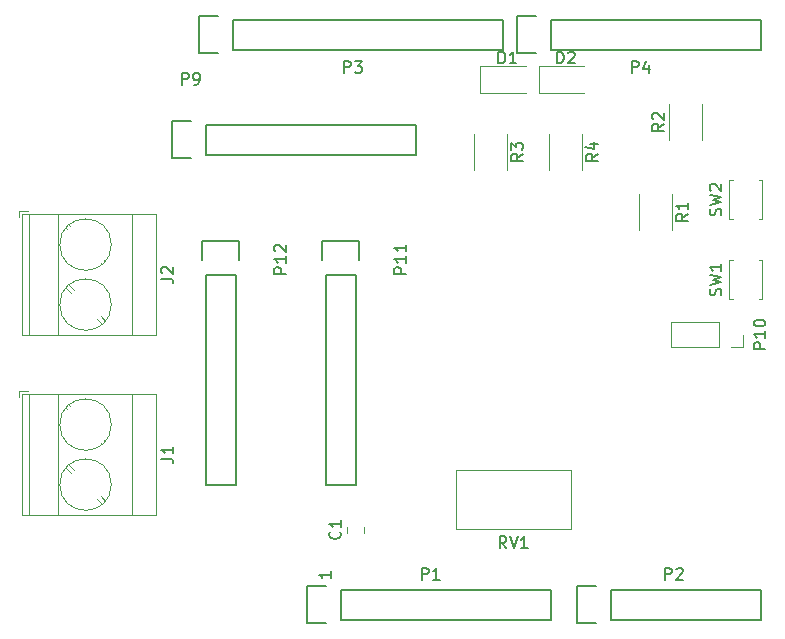
<source format=gbr>
%TF.GenerationSoftware,KiCad,Pcbnew,(5.1.9)-1*%
%TF.CreationDate,2021-05-06T12:27:20-07:00*%
%TF.ProjectId,CPE301D.FINAL,43504533-3031-4442-9e46-494e414c2e6b,rev?*%
%TF.SameCoordinates,Original*%
%TF.FileFunction,Legend,Top*%
%TF.FilePolarity,Positive*%
%FSLAX46Y46*%
G04 Gerber Fmt 4.6, Leading zero omitted, Abs format (unit mm)*
G04 Created by KiCad (PCBNEW (5.1.9)-1) date 2021-05-06 12:27:20*
%MOMM*%
%LPD*%
G01*
G04 APERTURE LIST*
%ADD10C,0.150000*%
%ADD11C,0.120000*%
G04 APERTURE END LIST*
D10*
X139390380Y-120999285D02*
X139390380Y-121570714D01*
X139390380Y-121285000D02*
X138390380Y-121285000D01*
X138533238Y-121380238D01*
X138628476Y-121475476D01*
X138676095Y-121570714D01*
D11*
%TO.C,RV1*%
X149953000Y-117465000D02*
X149953000Y-112395000D01*
X159723000Y-117465000D02*
X159723000Y-112395000D01*
X159723000Y-112395000D02*
X149953000Y-112395000D01*
X159723000Y-117465000D02*
X149953000Y-117465000D01*
%TO.C,C1*%
X142213000Y-117736252D02*
X142213000Y-117213748D01*
X140743000Y-117736252D02*
X140743000Y-117213748D01*
%TO.C,J2*%
X113018000Y-90505000D02*
X113018000Y-91005000D01*
X113758000Y-90505000D02*
X113018000Y-90505000D01*
X117626000Y-97167000D02*
X117230000Y-96772000D01*
X120272000Y-99813000D02*
X119892000Y-99433000D01*
X117344000Y-97418000D02*
X116964000Y-97038000D01*
X120006000Y-100079000D02*
X119610000Y-99684000D01*
X117337000Y-91797000D02*
X117230000Y-91691000D01*
X120272000Y-94733000D02*
X120165000Y-94626000D01*
X117071000Y-92063000D02*
X116964000Y-91957000D01*
X120006000Y-94999000D02*
X119899000Y-94892000D01*
X124578000Y-101025000D02*
X113258000Y-101025000D01*
X124578000Y-90745000D02*
X113258000Y-90745000D01*
X113258000Y-90745000D02*
X113258000Y-101025000D01*
X124578000Y-90745000D02*
X124578000Y-101025000D01*
X122518000Y-90745000D02*
X122518000Y-101025000D01*
X116318000Y-90745000D02*
X116318000Y-101025000D01*
X113818000Y-90745000D02*
X113818000Y-101025000D01*
X120798000Y-98425000D02*
G75*
G03*
X120798000Y-98425000I-2180000J0D01*
G01*
X120798000Y-93345000D02*
G75*
G03*
X120798000Y-93345000I-2180000J0D01*
G01*
%TO.C,J1*%
X113018000Y-105745000D02*
X113018000Y-106245000D01*
X113758000Y-105745000D02*
X113018000Y-105745000D01*
X117626000Y-112407000D02*
X117230000Y-112012000D01*
X120272000Y-115053000D02*
X119892000Y-114673000D01*
X117344000Y-112658000D02*
X116964000Y-112278000D01*
X120006000Y-115319000D02*
X119610000Y-114924000D01*
X117337000Y-107037000D02*
X117230000Y-106931000D01*
X120272000Y-109973000D02*
X120165000Y-109866000D01*
X117071000Y-107303000D02*
X116964000Y-107197000D01*
X120006000Y-110239000D02*
X119899000Y-110132000D01*
X124578000Y-116265000D02*
X113258000Y-116265000D01*
X124578000Y-105985000D02*
X113258000Y-105985000D01*
X113258000Y-105985000D02*
X113258000Y-116265000D01*
X124578000Y-105985000D02*
X124578000Y-116265000D01*
X122518000Y-105985000D02*
X122518000Y-116265000D01*
X116318000Y-105985000D02*
X116318000Y-116265000D01*
X113818000Y-105985000D02*
X113818000Y-116265000D01*
X120798000Y-113665000D02*
G75*
G03*
X120798000Y-113665000I-2180000J0D01*
G01*
X120798000Y-108585000D02*
G75*
G03*
X120798000Y-108585000I-2180000J0D01*
G01*
D10*
%TO.C,P9*%
X125958000Y-82905000D02*
X125958000Y-86005000D01*
X127508000Y-82905000D02*
X125958000Y-82905000D01*
X128778000Y-85725000D02*
X128778000Y-83185000D01*
X125958000Y-86005000D02*
X127508000Y-86005000D01*
X146558000Y-83185000D02*
X128778000Y-83185000D01*
X146558000Y-85725000D02*
X146558000Y-83185000D01*
X128778000Y-85725000D02*
X146558000Y-85725000D01*
D11*
%TO.C,SW2*%
X173098000Y-87885000D02*
X173398000Y-87885000D01*
X173098000Y-91185000D02*
X173098000Y-87885000D01*
X173398000Y-91185000D02*
X173098000Y-91185000D01*
X175898000Y-87885000D02*
X175598000Y-87885000D01*
X175898000Y-91185000D02*
X175898000Y-87885000D01*
X175598000Y-91185000D02*
X175898000Y-91185000D01*
%TO.C,SW1*%
X173098000Y-94665000D02*
X173398000Y-94665000D01*
X173098000Y-97965000D02*
X173098000Y-94665000D01*
X173398000Y-97965000D02*
X173098000Y-97965000D01*
X175898000Y-94665000D02*
X175598000Y-94665000D01*
X175898000Y-97965000D02*
X175898000Y-94665000D01*
X175598000Y-97965000D02*
X175898000Y-97965000D01*
%TO.C,R4*%
X157898000Y-83970436D02*
X157898000Y-87024564D01*
X160618000Y-83970436D02*
X160618000Y-87024564D01*
%TO.C,R3*%
X151548000Y-83970436D02*
X151548000Y-87024564D01*
X154268000Y-83970436D02*
X154268000Y-87024564D01*
%TO.C,R2*%
X170778000Y-84484564D02*
X170778000Y-81430436D01*
X168058000Y-84484564D02*
X168058000Y-81430436D01*
%TO.C,R1*%
X165518000Y-89050436D02*
X165518000Y-92104564D01*
X168238000Y-89050436D02*
X168238000Y-92104564D01*
D10*
%TO.C,P12*%
X131598000Y-93065000D02*
X128498000Y-93065000D01*
X131598000Y-94615000D02*
X131598000Y-93065000D01*
X128778000Y-95885000D02*
X131318000Y-95885000D01*
X128498000Y-93065000D02*
X128498000Y-94615000D01*
X131318000Y-113665000D02*
X131318000Y-95885000D01*
X128778000Y-113665000D02*
X131318000Y-113665000D01*
X128778000Y-95885000D02*
X128778000Y-113665000D01*
%TO.C,P11*%
X141758000Y-93065000D02*
X138658000Y-93065000D01*
X141758000Y-94615000D02*
X141758000Y-93065000D01*
X138938000Y-95885000D02*
X141478000Y-95885000D01*
X138658000Y-93065000D02*
X138658000Y-94615000D01*
X141478000Y-113665000D02*
X141478000Y-95885000D01*
X138938000Y-113665000D02*
X141478000Y-113665000D01*
X138938000Y-95885000D02*
X138938000Y-113665000D01*
D11*
%TO.C,P10*%
X174288000Y-100965000D02*
X174288000Y-102025000D01*
X174288000Y-102025000D02*
X173228000Y-102025000D01*
X172228000Y-102025000D02*
X168168000Y-102025000D01*
X168168000Y-99905000D02*
X168168000Y-102025000D01*
X172228000Y-99905000D02*
X168168000Y-99905000D01*
X172228000Y-99905000D02*
X172228000Y-102025000D01*
%TO.C,D2*%
X156973000Y-80510000D02*
X160858000Y-80510000D01*
X156973000Y-78240000D02*
X156973000Y-80510000D01*
X160858000Y-78240000D02*
X156973000Y-78240000D01*
%TO.C,D1*%
X152023000Y-80510000D02*
X155908000Y-80510000D01*
X152023000Y-78240000D02*
X152023000Y-80510000D01*
X155908000Y-78240000D02*
X152023000Y-78240000D01*
D10*
%TO.C,P1*%
X137388000Y-122275000D02*
X137388000Y-125375000D01*
X138938000Y-122275000D02*
X137388000Y-122275000D01*
X140208000Y-125095000D02*
X140208000Y-122555000D01*
X137388000Y-125375000D02*
X138938000Y-125375000D01*
X157988000Y-122555000D02*
X140208000Y-122555000D01*
X157988000Y-125095000D02*
X157988000Y-122555000D01*
X140208000Y-125095000D02*
X157988000Y-125095000D01*
%TO.C,P2*%
X160248000Y-122275000D02*
X160248000Y-125375000D01*
X161798000Y-122275000D02*
X160248000Y-122275000D01*
X163068000Y-125095000D02*
X163068000Y-122555000D01*
X160248000Y-125375000D02*
X161798000Y-125375000D01*
X175768000Y-122555000D02*
X163068000Y-122555000D01*
X175768000Y-125095000D02*
X175768000Y-122555000D01*
X163068000Y-125095000D02*
X175768000Y-125095000D01*
%TO.C,P3*%
X128244000Y-74015000D02*
X128244000Y-77115000D01*
X129794000Y-74015000D02*
X128244000Y-74015000D01*
X131064000Y-76835000D02*
X131064000Y-74295000D01*
X128244000Y-77115000D02*
X129794000Y-77115000D01*
X153924000Y-74295000D02*
X131064000Y-74295000D01*
X153924000Y-76835000D02*
X153924000Y-74295000D01*
X131064000Y-76835000D02*
X153924000Y-76835000D01*
%TO.C,P4*%
X155168000Y-74015000D02*
X155168000Y-77115000D01*
X156718000Y-74015000D02*
X155168000Y-74015000D01*
X157988000Y-76835000D02*
X157988000Y-74295000D01*
X155168000Y-77115000D02*
X156718000Y-77115000D01*
X175768000Y-74295000D02*
X157988000Y-74295000D01*
X175768000Y-76835000D02*
X175768000Y-74295000D01*
X157988000Y-76835000D02*
X175768000Y-76835000D01*
%TO.C,RV1*%
X154242761Y-119047380D02*
X153909428Y-118571190D01*
X153671333Y-119047380D02*
X153671333Y-118047380D01*
X154052285Y-118047380D01*
X154147523Y-118095000D01*
X154195142Y-118142619D01*
X154242761Y-118237857D01*
X154242761Y-118380714D01*
X154195142Y-118475952D01*
X154147523Y-118523571D01*
X154052285Y-118571190D01*
X153671333Y-118571190D01*
X154528476Y-118047380D02*
X154861809Y-119047380D01*
X155195142Y-118047380D01*
X156052285Y-119047380D02*
X155480857Y-119047380D01*
X155766571Y-119047380D02*
X155766571Y-118047380D01*
X155671333Y-118190238D01*
X155576095Y-118285476D01*
X155480857Y-118333095D01*
%TO.C,C1*%
X140155142Y-117641666D02*
X140202761Y-117689285D01*
X140250380Y-117832142D01*
X140250380Y-117927380D01*
X140202761Y-118070238D01*
X140107523Y-118165476D01*
X140012285Y-118213095D01*
X139821809Y-118260714D01*
X139678952Y-118260714D01*
X139488476Y-118213095D01*
X139393238Y-118165476D01*
X139298000Y-118070238D01*
X139250380Y-117927380D01*
X139250380Y-117832142D01*
X139298000Y-117689285D01*
X139345619Y-117641666D01*
X140250380Y-116689285D02*
X140250380Y-117260714D01*
X140250380Y-116975000D02*
X139250380Y-116975000D01*
X139393238Y-117070238D01*
X139488476Y-117165476D01*
X139536095Y-117260714D01*
%TO.C,J2*%
X125030380Y-96218333D02*
X125744666Y-96218333D01*
X125887523Y-96265952D01*
X125982761Y-96361190D01*
X126030380Y-96504047D01*
X126030380Y-96599285D01*
X125125619Y-95789761D02*
X125078000Y-95742142D01*
X125030380Y-95646904D01*
X125030380Y-95408809D01*
X125078000Y-95313571D01*
X125125619Y-95265952D01*
X125220857Y-95218333D01*
X125316095Y-95218333D01*
X125458952Y-95265952D01*
X126030380Y-95837380D01*
X126030380Y-95218333D01*
%TO.C,J1*%
X125030380Y-111458333D02*
X125744666Y-111458333D01*
X125887523Y-111505952D01*
X125982761Y-111601190D01*
X126030380Y-111744047D01*
X126030380Y-111839285D01*
X126030380Y-110458333D02*
X126030380Y-111029761D01*
X126030380Y-110744047D02*
X125030380Y-110744047D01*
X125173238Y-110839285D01*
X125268476Y-110934523D01*
X125316095Y-111029761D01*
%TO.C,P9*%
X126769904Y-79807380D02*
X126769904Y-78807380D01*
X127150857Y-78807380D01*
X127246095Y-78855000D01*
X127293714Y-78902619D01*
X127341333Y-78997857D01*
X127341333Y-79140714D01*
X127293714Y-79235952D01*
X127246095Y-79283571D01*
X127150857Y-79331190D01*
X126769904Y-79331190D01*
X127817523Y-79807380D02*
X128008000Y-79807380D01*
X128103238Y-79759761D01*
X128150857Y-79712142D01*
X128246095Y-79569285D01*
X128293714Y-79378809D01*
X128293714Y-78997857D01*
X128246095Y-78902619D01*
X128198476Y-78855000D01*
X128103238Y-78807380D01*
X127912761Y-78807380D01*
X127817523Y-78855000D01*
X127769904Y-78902619D01*
X127722285Y-78997857D01*
X127722285Y-79235952D01*
X127769904Y-79331190D01*
X127817523Y-79378809D01*
X127912761Y-79426428D01*
X128103238Y-79426428D01*
X128198476Y-79378809D01*
X128246095Y-79331190D01*
X128293714Y-79235952D01*
%TO.C,SW2*%
X172402761Y-90868333D02*
X172450380Y-90725476D01*
X172450380Y-90487380D01*
X172402761Y-90392142D01*
X172355142Y-90344523D01*
X172259904Y-90296904D01*
X172164666Y-90296904D01*
X172069428Y-90344523D01*
X172021809Y-90392142D01*
X171974190Y-90487380D01*
X171926571Y-90677857D01*
X171878952Y-90773095D01*
X171831333Y-90820714D01*
X171736095Y-90868333D01*
X171640857Y-90868333D01*
X171545619Y-90820714D01*
X171498000Y-90773095D01*
X171450380Y-90677857D01*
X171450380Y-90439761D01*
X171498000Y-90296904D01*
X171450380Y-89963571D02*
X172450380Y-89725476D01*
X171736095Y-89535000D01*
X172450380Y-89344523D01*
X171450380Y-89106428D01*
X171545619Y-88773095D02*
X171498000Y-88725476D01*
X171450380Y-88630238D01*
X171450380Y-88392142D01*
X171498000Y-88296904D01*
X171545619Y-88249285D01*
X171640857Y-88201666D01*
X171736095Y-88201666D01*
X171878952Y-88249285D01*
X172450380Y-88820714D01*
X172450380Y-88201666D01*
%TO.C,SW1*%
X172402761Y-97648333D02*
X172450380Y-97505476D01*
X172450380Y-97267380D01*
X172402761Y-97172142D01*
X172355142Y-97124523D01*
X172259904Y-97076904D01*
X172164666Y-97076904D01*
X172069428Y-97124523D01*
X172021809Y-97172142D01*
X171974190Y-97267380D01*
X171926571Y-97457857D01*
X171878952Y-97553095D01*
X171831333Y-97600714D01*
X171736095Y-97648333D01*
X171640857Y-97648333D01*
X171545619Y-97600714D01*
X171498000Y-97553095D01*
X171450380Y-97457857D01*
X171450380Y-97219761D01*
X171498000Y-97076904D01*
X171450380Y-96743571D02*
X172450380Y-96505476D01*
X171736095Y-96315000D01*
X172450380Y-96124523D01*
X171450380Y-95886428D01*
X172450380Y-94981666D02*
X172450380Y-95553095D01*
X172450380Y-95267380D02*
X171450380Y-95267380D01*
X171593238Y-95362619D01*
X171688476Y-95457857D01*
X171736095Y-95553095D01*
%TO.C,R4*%
X161990380Y-85664166D02*
X161514190Y-85997500D01*
X161990380Y-86235595D02*
X160990380Y-86235595D01*
X160990380Y-85854642D01*
X161038000Y-85759404D01*
X161085619Y-85711785D01*
X161180857Y-85664166D01*
X161323714Y-85664166D01*
X161418952Y-85711785D01*
X161466571Y-85759404D01*
X161514190Y-85854642D01*
X161514190Y-86235595D01*
X161323714Y-84807023D02*
X161990380Y-84807023D01*
X160942761Y-85045119D02*
X161657047Y-85283214D01*
X161657047Y-84664166D01*
%TO.C,R3*%
X155640380Y-85664166D02*
X155164190Y-85997500D01*
X155640380Y-86235595D02*
X154640380Y-86235595D01*
X154640380Y-85854642D01*
X154688000Y-85759404D01*
X154735619Y-85711785D01*
X154830857Y-85664166D01*
X154973714Y-85664166D01*
X155068952Y-85711785D01*
X155116571Y-85759404D01*
X155164190Y-85854642D01*
X155164190Y-86235595D01*
X154640380Y-85330833D02*
X154640380Y-84711785D01*
X155021333Y-85045119D01*
X155021333Y-84902261D01*
X155068952Y-84807023D01*
X155116571Y-84759404D01*
X155211809Y-84711785D01*
X155449904Y-84711785D01*
X155545142Y-84759404D01*
X155592761Y-84807023D01*
X155640380Y-84902261D01*
X155640380Y-85187976D01*
X155592761Y-85283214D01*
X155545142Y-85330833D01*
%TO.C,R2*%
X167590380Y-83124166D02*
X167114190Y-83457500D01*
X167590380Y-83695595D02*
X166590380Y-83695595D01*
X166590380Y-83314642D01*
X166638000Y-83219404D01*
X166685619Y-83171785D01*
X166780857Y-83124166D01*
X166923714Y-83124166D01*
X167018952Y-83171785D01*
X167066571Y-83219404D01*
X167114190Y-83314642D01*
X167114190Y-83695595D01*
X166685619Y-82743214D02*
X166638000Y-82695595D01*
X166590380Y-82600357D01*
X166590380Y-82362261D01*
X166638000Y-82267023D01*
X166685619Y-82219404D01*
X166780857Y-82171785D01*
X166876095Y-82171785D01*
X167018952Y-82219404D01*
X167590380Y-82790833D01*
X167590380Y-82171785D01*
%TO.C,R1*%
X169610380Y-90744166D02*
X169134190Y-91077500D01*
X169610380Y-91315595D02*
X168610380Y-91315595D01*
X168610380Y-90934642D01*
X168658000Y-90839404D01*
X168705619Y-90791785D01*
X168800857Y-90744166D01*
X168943714Y-90744166D01*
X169038952Y-90791785D01*
X169086571Y-90839404D01*
X169134190Y-90934642D01*
X169134190Y-91315595D01*
X169610380Y-89791785D02*
X169610380Y-90363214D01*
X169610380Y-90077500D02*
X168610380Y-90077500D01*
X168753238Y-90172738D01*
X168848476Y-90267976D01*
X168896095Y-90363214D01*
%TO.C,P12*%
X135600380Y-95829285D02*
X134600380Y-95829285D01*
X134600380Y-95448333D01*
X134648000Y-95353095D01*
X134695619Y-95305476D01*
X134790857Y-95257857D01*
X134933714Y-95257857D01*
X135028952Y-95305476D01*
X135076571Y-95353095D01*
X135124190Y-95448333D01*
X135124190Y-95829285D01*
X135600380Y-94305476D02*
X135600380Y-94876904D01*
X135600380Y-94591190D02*
X134600380Y-94591190D01*
X134743238Y-94686428D01*
X134838476Y-94781666D01*
X134886095Y-94876904D01*
X134695619Y-93924523D02*
X134648000Y-93876904D01*
X134600380Y-93781666D01*
X134600380Y-93543571D01*
X134648000Y-93448333D01*
X134695619Y-93400714D01*
X134790857Y-93353095D01*
X134886095Y-93353095D01*
X135028952Y-93400714D01*
X135600380Y-93972142D01*
X135600380Y-93353095D01*
%TO.C,P11*%
X145760380Y-95829285D02*
X144760380Y-95829285D01*
X144760380Y-95448333D01*
X144808000Y-95353095D01*
X144855619Y-95305476D01*
X144950857Y-95257857D01*
X145093714Y-95257857D01*
X145188952Y-95305476D01*
X145236571Y-95353095D01*
X145284190Y-95448333D01*
X145284190Y-95829285D01*
X145760380Y-94305476D02*
X145760380Y-94876904D01*
X145760380Y-94591190D02*
X144760380Y-94591190D01*
X144903238Y-94686428D01*
X144998476Y-94781666D01*
X145046095Y-94876904D01*
X145760380Y-93353095D02*
X145760380Y-93924523D01*
X145760380Y-93638809D02*
X144760380Y-93638809D01*
X144903238Y-93734047D01*
X144998476Y-93829285D01*
X145046095Y-93924523D01*
%TO.C,P10*%
X176180380Y-102179285D02*
X175180380Y-102179285D01*
X175180380Y-101798333D01*
X175228000Y-101703095D01*
X175275619Y-101655476D01*
X175370857Y-101607857D01*
X175513714Y-101607857D01*
X175608952Y-101655476D01*
X175656571Y-101703095D01*
X175704190Y-101798333D01*
X175704190Y-102179285D01*
X176180380Y-100655476D02*
X176180380Y-101226904D01*
X176180380Y-100941190D02*
X175180380Y-100941190D01*
X175323238Y-101036428D01*
X175418476Y-101131666D01*
X175466095Y-101226904D01*
X175180380Y-100036428D02*
X175180380Y-99941190D01*
X175228000Y-99845952D01*
X175275619Y-99798333D01*
X175370857Y-99750714D01*
X175561333Y-99703095D01*
X175799428Y-99703095D01*
X175989904Y-99750714D01*
X176085142Y-99798333D01*
X176132761Y-99845952D01*
X176180380Y-99941190D01*
X176180380Y-100036428D01*
X176132761Y-100131666D01*
X176085142Y-100179285D01*
X175989904Y-100226904D01*
X175799428Y-100274523D01*
X175561333Y-100274523D01*
X175370857Y-100226904D01*
X175275619Y-100179285D01*
X175228000Y-100131666D01*
X175180380Y-100036428D01*
%TO.C,D2*%
X158519904Y-78007380D02*
X158519904Y-77007380D01*
X158758000Y-77007380D01*
X158900857Y-77055000D01*
X158996095Y-77150238D01*
X159043714Y-77245476D01*
X159091333Y-77435952D01*
X159091333Y-77578809D01*
X159043714Y-77769285D01*
X158996095Y-77864523D01*
X158900857Y-77959761D01*
X158758000Y-78007380D01*
X158519904Y-78007380D01*
X159472285Y-77102619D02*
X159519904Y-77055000D01*
X159615142Y-77007380D01*
X159853238Y-77007380D01*
X159948476Y-77055000D01*
X159996095Y-77102619D01*
X160043714Y-77197857D01*
X160043714Y-77293095D01*
X159996095Y-77435952D01*
X159424666Y-78007380D01*
X160043714Y-78007380D01*
%TO.C,D1*%
X153569904Y-78007380D02*
X153569904Y-77007380D01*
X153808000Y-77007380D01*
X153950857Y-77055000D01*
X154046095Y-77150238D01*
X154093714Y-77245476D01*
X154141333Y-77435952D01*
X154141333Y-77578809D01*
X154093714Y-77769285D01*
X154046095Y-77864523D01*
X153950857Y-77959761D01*
X153808000Y-78007380D01*
X153569904Y-78007380D01*
X155093714Y-78007380D02*
X154522285Y-78007380D01*
X154808000Y-78007380D02*
X154808000Y-77007380D01*
X154712761Y-77150238D01*
X154617523Y-77245476D01*
X154522285Y-77293095D01*
%TO.C,P1*%
X147089904Y-121737380D02*
X147089904Y-120737380D01*
X147470857Y-120737380D01*
X147566095Y-120785000D01*
X147613714Y-120832619D01*
X147661333Y-120927857D01*
X147661333Y-121070714D01*
X147613714Y-121165952D01*
X147566095Y-121213571D01*
X147470857Y-121261190D01*
X147089904Y-121261190D01*
X148613714Y-121737380D02*
X148042285Y-121737380D01*
X148328000Y-121737380D02*
X148328000Y-120737380D01*
X148232761Y-120880238D01*
X148137523Y-120975476D01*
X148042285Y-121023095D01*
%TO.C,P2*%
X167663904Y-121737380D02*
X167663904Y-120737380D01*
X168044857Y-120737380D01*
X168140095Y-120785000D01*
X168187714Y-120832619D01*
X168235333Y-120927857D01*
X168235333Y-121070714D01*
X168187714Y-121165952D01*
X168140095Y-121213571D01*
X168044857Y-121261190D01*
X167663904Y-121261190D01*
X168616285Y-120832619D02*
X168663904Y-120785000D01*
X168759142Y-120737380D01*
X168997238Y-120737380D01*
X169092476Y-120785000D01*
X169140095Y-120832619D01*
X169187714Y-120927857D01*
X169187714Y-121023095D01*
X169140095Y-121165952D01*
X168568666Y-121737380D01*
X169187714Y-121737380D01*
%TO.C,P3*%
X140485904Y-78811380D02*
X140485904Y-77811380D01*
X140866857Y-77811380D01*
X140962095Y-77859000D01*
X141009714Y-77906619D01*
X141057333Y-78001857D01*
X141057333Y-78144714D01*
X141009714Y-78239952D01*
X140962095Y-78287571D01*
X140866857Y-78335190D01*
X140485904Y-78335190D01*
X141390666Y-77811380D02*
X142009714Y-77811380D01*
X141676380Y-78192333D01*
X141819238Y-78192333D01*
X141914476Y-78239952D01*
X141962095Y-78287571D01*
X142009714Y-78382809D01*
X142009714Y-78620904D01*
X141962095Y-78716142D01*
X141914476Y-78763761D01*
X141819238Y-78811380D01*
X141533523Y-78811380D01*
X141438285Y-78763761D01*
X141390666Y-78716142D01*
%TO.C,P4*%
X164869904Y-78811380D02*
X164869904Y-77811380D01*
X165250857Y-77811380D01*
X165346095Y-77859000D01*
X165393714Y-77906619D01*
X165441333Y-78001857D01*
X165441333Y-78144714D01*
X165393714Y-78239952D01*
X165346095Y-78287571D01*
X165250857Y-78335190D01*
X164869904Y-78335190D01*
X166298476Y-78144714D02*
X166298476Y-78811380D01*
X166060380Y-77763761D02*
X165822285Y-78478047D01*
X166441333Y-78478047D01*
%TD*%
M02*

</source>
